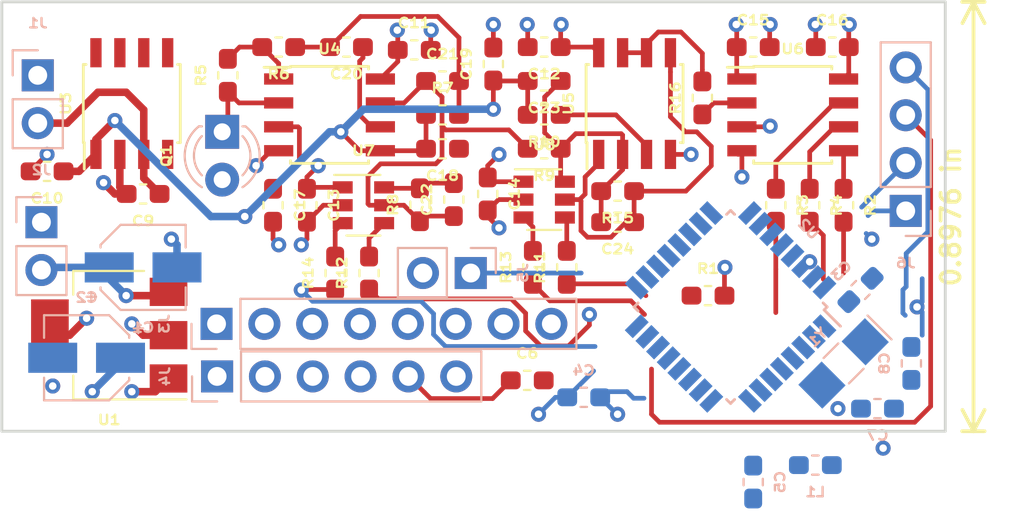
<source format=kicad_pcb>
(kicad_pcb (version 20171130) (host pcbnew "(5.0.0-rc2-178-g3c7b91b96)")
  (title_block (title "LuxSenz Receiver") (date 2018-06-25) (rev 1) (company "AMS / TU Delft"))
  (layers (0 F.Cu signal) (1 In1.Cu power) (2 In2.Cu power) (31 B.Cu signal) (34 B.Paste user) (35 F.Paste user) (36 B.SilkS user) (37 F.SilkS user) (38 B.Mask user) (39 F.Mask user) (44 Edge.Cuts user))
  (net 0 "")
  (net 1 "Net-(C20-Pad2)")
  (net 2 "Net-(R5-Pad2)")
  (net 3 "Net-(C23-Pad1)")
  (net 4 "Net-(C24-Pad1)")
  (net 5 "Net-(C21-Pad1)")
  (net 6 "Net-(C20-Pad1)")
  (net 7 "Net-(Q1-Pad1)")
  (net 8 "Net-(R1-Pad2)")
  (net 9 GNDD)
  (net 10 "Net-(R13-Pad2)")
  (net 11 "Net-(R16-Pad1)")
  (net 12 "Net-(R16-Pad2)")
  (net 13 "Net-(R14-Pad2)")
  (net 14 "Net-(R12-Pad2)")
  (net 15 "Net-(R11-Pad2)")
  (net 16 "Net-(R10-Pad1)")
  (net 17 +2V5)
  (net 18 +4V)
  (net 19 GNDA)
  (net 20 +3V3)
  (net 21 +5V)
  (net 22 "Net-(U3-Pad4)")
  (net 23 "Net-(U3-Pad5)")
  (net 24 "Net-(U3-Pad6)")
  (net 25 "Net-(U3-Pad7)")
  (net 26 "Net-(U3-Pad8)")
  (net 27 "Net-(C7-Pad1)")
  (net 28 "Net-(C8-Pad1)")
  (net 29 /NRST)
  (net 30 "Net-(C5-Pad2)")
  (net 31 /VCPTX)
  (net 32 /PB0)
  (net 33 /PB1)
  (net 34 /SWDIO)
  (net 35 /SWCLK)
  (net 36 /VCPRX)
  (net 37 "Net-(U2-Pad26)")
  (net 38 "Net-(U2-Pad27)")
  (net 39 "Net-(U2-Pad28)")
  (net 40 /PB6)
  (net 41 /PB7)
  (net 42 /EINK_CS)
  (net 43 /MCU_DOUT)
  (net 44 /ADC_DIN)
  (net 45 /ADC_CLK)
  (net 46 /MCU_CLK)
  (net 47 /MCU_CS)
  (net 48 /ADC_CS)
  (net 49 /U8U~D)
  (net 50 /U7U~D)
  (net 51 /U7~CS)
  (net 52 /U8~CS)
  (net 53 /EINK_DC)
  (net 54 /EINK_RST)
  (net 55 /EINK_DOUT)
  (net 56 /EINK_BUSY)
  (module Capacitor_SMD:C_0603_1608Metric_Pad1.05x0.95mm_HandSolder (layer B.Cu) (at 110.53 99.78 270)
    (fp_text reference C8 (at 0 1.43 270) (layer B.SilkS) (effects (font (size 0.5 0.6) (thickness 0.125)) (justify mirror)))
    (fp_text value ?pF)
    (pad 2 smd roundrect (at 0.875 0 270) (size 1.05 0.95) (layers B.Cu B.Paste B.Mask) (net 9 GNDD))
    (pad 1 smd roundrect (at -0.875 0 270) (size 1.05 0.95) (layers B.Cu B.Paste B.Mask) (net 28 "Net-(C8-Pad1)"))
  )
  (module Connector_PinSocket_2.54mm:PinSocket_1x02_P2.54mm_Vertical (layer B.Cu) (at 87.13 94.98 90)
    (fp_text reference J5 (at 0 2.77 90) (layer B.SilkS) (effects (font (size 0.5 0.6) (thickness 0.125)) (justify mirror)))
    (fp_text value Conn_01x02_Male)
    (pad 1 thru_hole rect (at 0 0 90) (size 1.7 1.7) (drill 1) (layers *.Cu *.Mask) (net 36 /VCPRX))
    (pad 2 thru_hole oval (at 0 -2.54 90) (size 1.7 1.7) (drill 1) (layers *.Cu *.Mask) (net 31 /VCPTX))
  )
  (module Connector_PinSocket_2.54mm:PinSocket_1x06_P2.54mm_Vertical (layer B.Cu) (at 73.66 100.47 270)
    (fp_text reference J4 (at 0 2.77 270) (layer B.SilkS) (effects (font (size 0.5 0.6) (thickness 0.125)) (justify mirror)))
    (fp_text value Conn_01x06_Male)
    (pad 1 thru_hole rect (at 0 0 270) (size 1.7 1.7) (drill 1) (layers *.Cu *.Mask) (net 20 +3V3))
    (pad 2 thru_hole oval (at 0 -2.54 270) (size 1.7 1.7) (drill 1) (layers *.Cu *.Mask) (net 35 /SWCLK))
    (pad 3 thru_hole oval (at 0 -5.08 270) (size 1.7 1.7) (drill 1) (layers *.Cu *.Mask) (net 9 GNDD))
    (pad 4 thru_hole oval (at 0 -7.62 270) (size 1.7 1.7) (drill 1) (layers *.Cu *.Mask) (net 34 /SWDIO))
    (pad 5 thru_hole oval (at 0 -10.16 270) (size 1.7 1.7) (drill 1) (layers *.Cu *.Mask) (net 29 /NRST))
    (pad 6 thru_hole oval (at 0 -12.7 270) (size 1.7 1.7) (drill 1) (layers *.Cu *.Mask) (net 9 GNDD))
  )
  (module Connector_PinSocket_2.54mm:PinSocket_1x04_P2.54mm_Vertical (layer B.Cu) (at 110.23 91.68)
    (fp_text reference J6 (at 0 2.77) (layer B.SilkS) (effects (font (size 0.5 0.6) (thickness 0.125)) (justify mirror)))
    (fp_text value Conn_01x04_Male)
    (pad 1 thru_hole rect (at 0 0) (size 1.7 1.7) (drill 1) (layers *.Cu *.Mask) (net 41 /PB7))
    (pad 2 thru_hole oval (at 0 -2.54) (size 1.7 1.7) (drill 1) (layers *.Cu *.Mask) (net 40 /PB6))
    (pad 3 thru_hole oval (at 0 -5.08) (size 1.7 1.7) (drill 1) (layers *.Cu *.Mask) (net 33 /PB1))
    (pad 4 thru_hole oval (at 0 -7.62) (size 1.7 1.7) (drill 1) (layers *.Cu *.Mask) (net 32 /PB0))
  )
  (module Capacitor_SMD:CP_Elec_4x5.4 (layer B.Cu) (at 66.73 99.48 180)
    (fp_text reference C2 (at 0 3.2 180) (layer B.SilkS) (effects (font (size 0.5 0.6) (thickness 0.125)) (justify mirror)))
    (fp_text value 10u)
    (pad 2 smd rect (at 1.8 0 180) (size 2.6 1.6) (layers B.Cu B.Paste B.Mask) (net 9 GNDD))
    (pad 1 smd rect (at -1.8 0 180) (size 2.6 1.6) (layers B.Cu B.Paste B.Mask) (net 20 +3V3))
  )
  (module Capacitor_SMD:CP_Elec_4x5.4 (layer B.Cu) (at 69.73 94.68)
    (fp_text reference C1 (at 0 3.2) (layer B.SilkS) (effects (font (size 0.5 0.6) (thickness 0.125)) (justify mirror)))
    (fp_text value 10u)
    (pad 1 smd rect (at -1.8 0) (size 2.6 1.6) (layers B.Cu B.Paste B.Mask) (net 21 +5V))
    (pad 2 smd rect (at 1.8 0) (size 2.6 1.6) (layers B.Cu B.Paste B.Mask) (net 9 GNDD))
  )
  (module Capacitor_SMD:C_0603_1608Metric_Pad1.05x0.95mm_HandSolder (layer F.Cu) (at 91.03 82.98 180)
    (fp_text reference C12 (at 0 -1.43 180) (layer F.SilkS) (effects (font (size 0.5 0.6) (thickness 0.125))))
    (fp_text value 1u)
    (pad 2 smd roundrect (at 0.875 0 180) (size 1.05 0.95) (layers F.Cu F.Paste F.Mask) (net 19 GNDA))
    (pad 1 smd roundrect (at -0.875 0 180) (size 1.05 0.95) (layers F.Cu F.Paste F.Mask) (net 18 +4V))
  )
  (module Capacitor_SMD:C_0603_1608Metric_Pad1.05x0.95mm_HandSolder (layer F.Cu) (at 94.93 92.28 180)
    (fp_text reference C24 (at 0 -1.43 180) (layer F.SilkS) (effects (font (size 0.5 0.6) (thickness 0.125))))
    (fp_text value 1u)
    (pad 1 smd roundrect (at -0.875 0 180) (size 1.05 0.95) (layers F.Cu F.Paste F.Mask) (net 4 "Net-(C24-Pad1)"))
    (pad 2 smd roundrect (at 0.875 0 180) (size 1.05 0.95) (layers F.Cu F.Paste F.Mask) (net 3 "Net-(C23-Pad1)"))
  )
  (module Capacitor_SMD:C_0603_1608Metric_Pad1.05x0.95mm_HandSolder (layer F.Cu) (at 91.03 84.78 180)
    (fp_text reference C23 (at 0 -1.43 180) (layer F.SilkS) (effects (font (size 0.5 0.6) (thickness 0.125))))
    (fp_text value option)
    (pad 2 smd roundrect (at 0.875 0 180) (size 1.05 0.95) (layers F.Cu F.Paste F.Mask) (net 17 +2V5))
    (pad 1 smd roundrect (at -0.875 0 180) (size 1.05 0.95) (layers F.Cu F.Paste F.Mask) (net 3 "Net-(C23-Pad1)"))
  )
  (module Capacitor_SMD:C_0603_1608Metric_Pad1.05x0.95mm_HandSolder (layer F.Cu) (at 86.23 91.08 90)
    (fp_text reference C22 (at 0 -1.43 90) (layer F.SilkS) (effects (font (size 0.5 0.6) (thickness 0.125))))
    (fp_text value option)
    (pad 1 smd roundrect (at -0.875 0 90) (size 1.05 0.95) (layers F.Cu F.Paste F.Mask) (net 5 "Net-(C21-Pad1)"))
    (pad 2 smd roundrect (at 0.875 0 90) (size 1.05 0.95) (layers F.Cu F.Paste F.Mask) (net 6 "Net-(C20-Pad1)"))
  )
  (module Capacitor_SMD:C_0603_1608Metric_Pad1.05x0.95mm_HandSolder (layer F.Cu) (at 85.63 84.78)
    (fp_text reference C21 (at 0 -1.43) (layer F.SilkS) (effects (font (size 0.5 0.6) (thickness 0.125))))
    (fp_text value 1u)
    (pad 2 smd roundrect (at 0.875 0) (size 1.05 0.95) (layers F.Cu F.Paste F.Mask) (net 1 "Net-(C20-Pad2)"))
    (pad 1 smd roundrect (at -0.875 0) (size 1.05 0.95) (layers F.Cu F.Paste F.Mask) (net 5 "Net-(C21-Pad1)"))
  )
  (module Capacitor_SMD:C_0603_1608Metric_Pad1.05x0.95mm_HandSolder (layer F.Cu) (at 80.53 82.98 180)
    (fp_text reference C20 (at 0 -1.43 180) (layer F.SilkS) (effects (font (size 0.5 0.6) (thickness 0.125))))
    (fp_text value 1u)
    (pad 1 smd roundrect (at -0.875 0 180) (size 1.05 0.95) (layers F.Cu F.Paste F.Mask) (net 6 "Net-(C20-Pad1)"))
    (pad 2 smd roundrect (at 0.875 0 180) (size 1.05 0.95) (layers F.Cu F.Paste F.Mask) (net 1 "Net-(C20-Pad2)"))
  )
  (module Capacitor_SMD:C_0603_1608Metric_Pad1.05x0.95mm_HandSolder (layer F.Cu) (at 88.33 83.88 90)
    (fp_text reference C19 (at 0 -1.43 90) (layer F.SilkS) (effects (font (size 0.5 0.6) (thickness 0.125))))
    (fp_text value 100n)
    (pad 2 smd roundrect (at 0.875 0 90) (size 1.05 0.95) (layers F.Cu F.Paste F.Mask) (net 19 GNDA))
    (pad 1 smd roundrect (at -0.875 0 90) (size 1.05 0.95) (layers F.Cu F.Paste F.Mask) (net 17 +2V5))
  )
  (module Capacitor_SMD:C_0603_1608Metric_Pad1.05x0.95mm_HandSolder (layer F.Cu) (at 85.63 88.38 180)
    (fp_text reference C18 (at 0 -1.43 180) (layer F.SilkS) (effects (font (size 0.5 0.6) (thickness 0.125))))
    (fp_text value 100n)
    (pad 1 smd roundrect (at -0.875 0 180) (size 1.05 0.95) (layers F.Cu F.Paste F.Mask) (net 19 GNDA))
    (pad 2 smd roundrect (at 0.875 0 180) (size 1.05 0.95) (layers F.Cu F.Paste F.Mask) (net 17 +2V5))
  )
  (module Capacitor_SMD:C_0603_1608Metric_Pad1.05x0.95mm_HandSolder (layer F.Cu) (at 76.63 91.38 270)
    (fp_text reference C17 (at 0 -1.43 270) (layer F.SilkS) (effects (font (size 0.5 0.6) (thickness 0.125))))
    (fp_text value 100n)
    (pad 2 smd roundrect (at 0.875 0 270) (size 1.05 0.95) (layers F.Cu F.Paste F.Mask) (net 19 GNDA))
    (pad 1 smd roundrect (at -0.875 0 270) (size 1.05 0.95) (layers F.Cu F.Paste F.Mask) (net 17 +2V5))
  )
  (module Capacitor_SMD:C_0603_1608Metric_Pad1.05x0.95mm_HandSolder (layer F.Cu) (at 106.33 82.98)
    (fp_text reference C16 (at 0 -1.43) (layer F.SilkS) (effects (font (size 0.5 0.6) (thickness 0.125))))
    (fp_text value 1u)
    (pad 1 smd roundrect (at -0.875 0) (size 1.05 0.95) (layers F.Cu F.Paste F.Mask) (net 19 GNDA))
    (pad 2 smd roundrect (at 0.875 0) (size 1.05 0.95) (layers F.Cu F.Paste F.Mask) (net 18 +4V))
  )
  (module Capacitor_SMD:C_0603_1608Metric_Pad1.05x0.95mm_HandSolder (layer F.Cu) (at 78.43 91.38 270)
    (fp_text reference C13 (at 0 -1.43 270) (layer F.SilkS) (effects (font (size 0.5 0.6) (thickness 0.125))))
    (fp_text value 100n)
    (pad 2 smd roundrect (at 0.875 0 270) (size 1.05 0.95) (layers F.Cu F.Paste F.Mask) (net 19 GNDA))
    (pad 1 smd roundrect (at -0.875 0 270) (size 1.05 0.95) (layers F.Cu F.Paste F.Mask) (net 18 +4V))
  )
  (module Capacitor_SMD:C_0603_1608Metric_Pad1.05x0.95mm_HandSolder (layer F.Cu) (at 84.13 83.13)
    (fp_text reference C11 (at 0 -1.43) (layer F.SilkS) (effects (font (size 0.5 0.6) (thickness 0.125))))
    (fp_text value 1u)
    (pad 1 smd roundrect (at -0.875 0) (size 1.05 0.95) (layers F.Cu F.Paste F.Mask) (net 18 +4V))
    (pad 2 smd roundrect (at 0.875 0) (size 1.05 0.95) (layers F.Cu F.Paste F.Mask) (net 19 GNDA))
  )
  (module Capacitor_SMD:C_0603_1608Metric_Pad1.05x0.95mm_HandSolder (layer F.Cu) (at 64.63 89.58 180)
    (fp_text reference C10 (at 0 -1.43 180) (layer F.SilkS) (effects (font (size 0.5 0.6) (thickness 0.125))))
    (fp_text value 1u)
    (pad 2 smd roundrect (at 0.875 0 180) (size 1.05 0.95) (layers F.Cu F.Paste F.Mask) (net 19 GNDA))
    (pad 1 smd roundrect (at -0.875 0 180) (size 1.05 0.95) (layers F.Cu F.Paste F.Mask) (net 17 +2V5))
  )
  (module Capacitor_SMD:C_0603_1608Metric_Pad1.05x0.95mm_HandSolder (layer F.Cu) (at 69.73 90.78 180)
    (fp_text reference C9 (at 0 -1.43 180) (layer F.SilkS) (effects (font (size 0.5 0.6) (thickness 0.125))))
    (fp_text value 10u)
    (pad 1 smd roundrect (at -0.875 0 180) (size 1.05 0.95) (layers F.Cu F.Paste F.Mask) (net 18 +4V))
    (pad 2 smd roundrect (at 0.875 0 180) (size 1.05 0.95) (layers F.Cu F.Paste F.Mask) (net 19 GNDA))
  )
  (module Capacitor_SMD:C_0603_1608Metric_Pad1.05x0.95mm_HandSolder (layer B.Cu) (at 108.73 102.18)
    (fp_text reference C7 (at 0 1.43) (layer B.SilkS) (effects (font (size 0.5 0.6) (thickness 0.125)) (justify mirror)))
    (fp_text value ?pF)
    (pad 1 smd roundrect (at -0.875 0) (size 1.05 0.95) (layers B.Cu B.Paste B.Mask) (net 27 "Net-(C7-Pad1)"))
    (pad 2 smd roundrect (at 0.875 0) (size 1.05 0.95) (layers B.Cu B.Paste B.Mask) (net 9 GNDD))
  )
  (module Capacitor_SMD:C_0603_1608Metric_Pad1.05x0.95mm_HandSolder (layer F.Cu) (at 90.13 100.68)
    (fp_text reference C6 (at 0 -1.43) (layer F.SilkS) (effects (font (size 0.5 0.6) (thickness 0.125))))
    (fp_text value 100n)
    (pad 2 smd roundrect (at 0.875 0) (size 1.05 0.95) (layers F.Cu F.Paste F.Mask) (net 9 GNDD))
    (pad 1 smd roundrect (at -0.875 0) (size 1.05 0.95) (layers F.Cu F.Paste F.Mask) (net 29 /NRST))
  )
  (module Capacitor_SMD:C_0603_1608Metric_Pad1.05x0.95mm_HandSolder (layer B.Cu) (at 102.13 106.08 90)
    (fp_text reference C5 (at 0 1.43 90) (layer B.SilkS) (effects (font (size 0.5 0.6) (thickness 0.125)) (justify mirror)))
    (fp_text value 100n)
    (pad 1 smd roundrect (at -0.875 0 90) (size 1.05 0.95) (layers B.Cu B.Paste B.Mask) (net 9 GNDD))
    (pad 2 smd roundrect (at 0.875 0 90) (size 1.05 0.95) (layers B.Cu B.Paste B.Mask) (net 30 "Net-(C5-Pad2)"))
  )
  (module Capacitor_SMD:C_0603_1608Metric_Pad1.05x0.95mm_HandSolder (layer B.Cu) (at 93.13 101.58 180)
    (fp_text reference C4 (at 0 1.43 180) (layer B.SilkS) (effects (font (size 0.5 0.6) (thickness 0.125)) (justify mirror)))
    (fp_text value 100n)
    (pad 2 smd roundrect (at 0.875 0 180) (size 1.05 0.95) (layers B.Cu B.Paste B.Mask) (net 20 +3V3))
    (pad 1 smd roundrect (at -0.875 0 180) (size 1.05 0.95) (layers B.Cu B.Paste B.Mask) (net 9 GNDD))
  )
  (module Capacitor_SMD:C_0603_1608Metric_Pad1.05x0.95mm_HandSolder (layer B.Cu) (at 107.83 95.88 225)
    (fp_text reference C3 (at 0 1.43 225) (layer B.SilkS) (effects (font (size 0.5 0.6) (thickness 0.125)) (justify mirror)))
    (fp_text value 100n)
    (pad 1 smd roundrect (at -0.875 0 225) (size 1.05 0.95) (layers B.Cu B.Paste B.Mask) (net 9 GNDD))
    (pad 2 smd roundrect (at 0.875 0 225) (size 1.05 0.95) (layers B.Cu B.Paste B.Mask) (net 20 +3V3))
  )
  (module Capacitor_SMD:C_0603_1608Metric_Pad1.05x0.95mm_HandSolder (layer F.Cu) (at 88.03 90.78 270)
    (fp_text reference C14 (at 0 -1.43 270) (layer F.SilkS) (effects (font (size 0.5 0.6) (thickness 0.125))))
    (fp_text value 100n)
    (pad 2 smd roundrect (at 0.875 0 270) (size 1.05 0.95) (layers F.Cu F.Paste F.Mask) (net 19 GNDA))
    (pad 1 smd roundrect (at -0.875 0 270) (size 1.05 0.95) (layers F.Cu F.Paste F.Mask) (net 18 +4V))
  )
  (module Capacitor_SMD:C_0603_1608Metric_Pad1.05x0.95mm_HandSolder (layer F.Cu) (at 102.13 82.98)
    (fp_text reference C15 (at 0 -1.43) (layer F.SilkS) (effects (font (size 0.5 0.6) (thickness 0.125))))
    (fp_text value 1u)
    (pad 1 smd roundrect (at -0.875 0) (size 1.05 0.95) (layers F.Cu F.Paste F.Mask) (net 18 +4V))
    (pad 2 smd roundrect (at 0.875 0) (size 1.05 0.95) (layers F.Cu F.Paste F.Mask) (net 19 GNDA))
  )
  (module Connector_PinSocket_2.54mm:PinSocket_1x02_P2.54mm_Vertical (layer B.Cu) (at 64.135 84.48 180)
    (fp_text reference J1 (at 0 2.77 180) (layer B.SilkS) (effects (font (size 0.5 0.6) (thickness 0.125)) (justify mirror)))
    (fp_text value Conn_01x02)
    (pad 2 thru_hole oval (at 0 -2.54 180) (size 1.7 1.7) (drill 1) (layers *.Cu *.Mask) (net 18 +4V))
    (pad 1 thru_hole rect (at 0 0 180) (size 1.7 1.7) (drill 1) (layers *.Cu *.Mask) (net 19 GNDA))
  )
  (module Connector_PinSocket_2.54mm:PinSocket_1x02_P2.54mm_Vertical (layer B.Cu) (at 64.33 92.28 180)
    (fp_text reference J2 (at 0 2.77 180) (layer B.SilkS) (effects (font (size 0.5 0.6) (thickness 0.125)) (justify mirror)))
    (fp_text value Conn_01x02)
    (pad 1 thru_hole rect (at 0 0 180) (size 1.7 1.7) (drill 1) (layers *.Cu *.Mask) (net 9 GNDD))
    (pad 2 thru_hole oval (at 0 -2.54 180) (size 1.7 1.7) (drill 1) (layers *.Cu *.Mask) (net 21 +5V))
  )
  (module Connector_PinSocket_2.54mm:PinSocket_1x08_P2.54mm_Vertical (layer B.Cu) (at 73.63 97.68 270)
    (fp_text reference J3 (at 0 2.77 270) (layer B.SilkS) (effects (font (size 0.5 0.6) (thickness 0.125)) (justify mirror)))
    (fp_text value E-INK)
    (pad 1 thru_hole rect (at 0 0 270) (size 1.7 1.7) (drill 1) (layers *.Cu *.Mask) (net 56 /EINK_BUSY))
    (pad 2 thru_hole oval (at 0 -2.54 270) (size 1.7 1.7) (drill 1) (layers *.Cu *.Mask) (net 54 /EINK_RST))
    (pad 3 thru_hole oval (at 0 -5.08 270) (size 1.7 1.7) (drill 1) (layers *.Cu *.Mask) (net 53 /EINK_DC))
    (pad 4 thru_hole oval (at 0 -7.62 270) (size 1.7 1.7) (drill 1) (layers *.Cu *.Mask) (net 42 /EINK_CS))
    (pad 5 thru_hole oval (at 0 -10.16 270) (size 1.7 1.7) (drill 1) (layers *.Cu *.Mask) (net 45 /ADC_CLK))
    (pad 6 thru_hole oval (at 0 -12.7 270) (size 1.7 1.7) (drill 1) (layers *.Cu *.Mask) (net 55 /EINK_DOUT))
    (pad 7 thru_hole oval (at 0 -15.24 270) (size 1.7 1.7) (drill 1) (layers *.Cu *.Mask) (net 9 GNDD))
    (pad 8 thru_hole oval (at 0 -17.78 270) (size 1.7 1.7) (drill 1) (layers *.Cu *.Mask) (net 20 +3V3))
  )
  (module Crystal:Crystal_SMD_G8-2Pin_3.2x1.5mm_HandSoldering (layer B.Cu) (at 106.93 99.78 225)
    (fp_text reference Y1 (at 0 1.95 225) (layer B.SilkS) (effects (font (size 0.5 0.6) (thickness 0.125)) (justify mirror)))
    (fp_text value 32.768k)
    (pad 1 smd rect (at -1.625 0 225) (size 1.75 1.8) (layers B.Cu B.Paste B.Mask) (net 27 "Net-(C7-Pad1)"))
    (pad 2 smd rect (at 1.625 0 225) (size 1.75 1.8) (layers B.Cu B.Paste B.Mask) (net 28 "Net-(C8-Pad1)"))
  )
  (module Inductor_SMD:L_0603_1608Metric_Pad1.05x0.95mm_HandSolder (layer B.Cu) (at 105.43 105.18)
    (fp_text reference L1 (at 0 1.43) (layer B.SilkS) (effects (font (size 0.5 0.6) (thickness 0.125)) (justify mirror)))
    (fp_text value BEAD)
    (pad 1 smd roundrect (at -0.875 0) (size 1.05 0.95) (layers B.Cu B.Paste B.Mask) (net 30 "Net-(C5-Pad2)"))
    (pad 2 smd roundrect (at 0.875 0) (size 1.05 0.95) (layers B.Cu B.Paste B.Mask) (net 20 +3V3))
  )
  (module LED_THT:LED_D3.0mm_Clear (layer B.Cu) (at 73.93 87.48 270)
    (fp_text reference Q1 (at 1.27 2.96 270) (layer F.SilkS) (effects (font (size 0.5 0.6) (thickness 0.125))))
    (fp_text value TEPT4400)
    (pad 1 thru_hole rect (at 0 0 270) (size 1.8 1.8) (drill 0.9) (layers *.Cu *.Mask) (net 7 "Net-(Q1-Pad1)"))
    (pad 2 thru_hole circle (at 2.54 0 270) (size 1.8 1.8) (drill 0.9) (layers *.Cu *.Mask) (net 19 GNDA))
  )
  (module Package_QFP:LQFP-32_7x7mm_P0.8mm (layer B.Cu) (at 100.93 96.78 135)
    (fp_text reference U2 (at 0 5.85 135) (layer B.SilkS) (effects (font (size 0.5 0.6) (thickness 0.125)) (justify mirror)))
    (fp_text value STM32L031K6Tx)
    (pad 1 smd rect (at -4.25 2.8 135) (size 1.2 0.6) (layers B.Cu B.Paste B.Mask) (net 20 +3V3))
    (pad 2 smd rect (at -4.25 2 135) (size 1.2 0.6) (layers B.Cu B.Paste B.Mask) (net 27 "Net-(C7-Pad1)"))
    (pad 3 smd rect (at -4.25 1.2 135) (size 1.2 0.6) (layers B.Cu B.Paste B.Mask) (net 28 "Net-(C8-Pad1)"))
    (pad 4 smd rect (at -4.25 0.4 135) (size 1.2 0.6) (layers B.Cu B.Paste B.Mask) (net 29 /NRST))
    (pad 5 smd rect (at -4.25 -0.4 135) (size 1.2 0.6) (layers B.Cu B.Paste B.Mask) (net 30 "Net-(C5-Pad2)"))
    (pad 6 smd rect (at -4.25 -1.2 135) (size 1.2 0.6) (layers B.Cu B.Paste B.Mask) (net 53 /EINK_DC))
    (pad 7 smd rect (at -4.25 -2 135) (size 1.2 0.6) (layers B.Cu B.Paste B.Mask) (net 42 /EINK_CS))
    (pad 8 smd rect (at -4.25 -2.8 135) (size 1.2 0.6) (layers B.Cu B.Paste B.Mask) (net 31 /VCPTX))
    (pad 9 smd rect (at -2.8 -4.25 45) (size 1.2 0.6) (layers B.Cu B.Paste B.Mask) (net 48 /ADC_CS))
    (pad 10 smd rect (at -2 -4.25 45) (size 1.2 0.6) (layers B.Cu B.Paste B.Mask) (net 54 /EINK_RST))
    (pad 11 smd rect (at -1.2 -4.25 45) (size 1.2 0.6) (layers B.Cu B.Paste B.Mask) (net 45 /ADC_CLK))
    (pad 12 smd rect (at -0.4 -4.25 45) (size 1.2 0.6) (layers B.Cu B.Paste B.Mask) (net 44 /ADC_DIN))
    (pad 13 smd rect (at 0.4 -4.25 45) (size 1.2 0.6) (layers B.Cu B.Paste B.Mask) (net 55 /EINK_DOUT))
    (pad 14 smd rect (at 1.2 -4.25 45) (size 1.2 0.6) (layers B.Cu B.Paste B.Mask) (net 32 /PB0))
    (pad 15 smd rect (at 2 -4.25 45) (size 1.2 0.6) (layers B.Cu B.Paste B.Mask) (net 33 /PB1))
    (pad 16 smd rect (at 2.8 -4.25 45) (size 1.2 0.6) (layers B.Cu B.Paste B.Mask) (net 9 GNDD))
    (pad 17 smd rect (at 4.25 -2.8 135) (size 1.2 0.6) (layers B.Cu B.Paste B.Mask) (net 20 +3V3))
    (pad 18 smd rect (at 4.25 -2 135) (size 1.2 0.6) (layers B.Cu B.Paste B.Mask) (net 56 /EINK_BUSY))
    (pad 19 smd rect (at 4.25 -1.2 135) (size 1.2 0.6) (layers B.Cu B.Paste B.Mask) (net 50 /U7U~D))
    (pad 20 smd rect (at 4.25 -0.4 135) (size 1.2 0.6) (layers B.Cu B.Paste B.Mask) (net 51 /U7~CS))
    (pad 21 smd rect (at 4.25 0.4 135) (size 1.2 0.6) (layers B.Cu B.Paste B.Mask) (net 49 /U8U~D))
    (pad 22 smd rect (at 4.25 1.2 135) (size 1.2 0.6) (layers B.Cu B.Paste B.Mask) (net 52 /U8~CS))
    (pad 23 smd rect (at 4.25 2 135) (size 1.2 0.6) (layers B.Cu B.Paste B.Mask) (net 34 /SWDIO))
    (pad 24 smd rect (at 4.25 2.8 135) (size 1.2 0.6) (layers B.Cu B.Paste B.Mask) (net 35 /SWCLK))
    (pad 25 smd rect (at 2.8 4.25 45) (size 1.2 0.6) (layers B.Cu B.Paste B.Mask) (net 36 /VCPRX))
    (pad 26 smd rect (at 2 4.25 45) (size 1.2 0.6) (layers B.Cu B.Paste B.Mask) (net 37 "Net-(U2-Pad26)"))
    (pad 27 smd rect (at 1.2 4.25 45) (size 1.2 0.6) (layers B.Cu B.Paste B.Mask) (net 38 "Net-(U2-Pad27)"))
    (pad 28 smd rect (at 0.4 4.25 45) (size 1.2 0.6) (layers B.Cu B.Paste B.Mask) (net 39 "Net-(U2-Pad28)"))
    (pad 29 smd rect (at -0.4 4.25 45) (size 1.2 0.6) (layers B.Cu B.Paste B.Mask) (net 40 /PB6))
    (pad 30 smd rect (at -1.2 4.25 45) (size 1.2 0.6) (layers B.Cu B.Paste B.Mask) (net 41 /PB7))
    (pad 31 smd rect (at -2 4.25 45) (size 1.2 0.6) (layers B.Cu B.Paste B.Mask) (net 8 "Net-(R1-Pad2)"))
    (pad 32 smd rect (at -2.8 4.25 45) (size 1.2 0.6) (layers B.Cu B.Paste B.Mask) (net 9 GNDD))
  )
  (module Package_SO:SOIC-8_3.9x4.9mm_P1.27mm (layer F.Cu) (at 104.23 86.58)
    (fp_text reference U6 (at 0 -3.5) (layer F.SilkS) (effects (font (size 0.5 0.6) (thickness 0.125))))
    (fp_text value MCP3201)
    (pad 8 smd rect (at 2.7 -1.905) (size 1.55 0.6) (layers F.Cu F.Paste F.Mask) (net 18 +4V))
    (pad 7 smd rect (at 2.7 -0.635) (size 1.55 0.6) (layers F.Cu F.Paste F.Mask) (net 46 /MCU_CLK))
    (pad 6 smd rect (at 2.7 0.635) (size 1.55 0.6) (layers F.Cu F.Paste F.Mask) (net 43 /MCU_DOUT))
    (pad 5 smd rect (at 2.7 1.905) (size 1.55 0.6) (layers F.Cu F.Paste F.Mask) (net 47 /MCU_CS))
    (pad 4 smd rect (at -2.7 1.905) (size 1.55 0.6) (layers F.Cu F.Paste F.Mask) (net 19 GNDA))
    (pad 3 smd rect (at -2.7 0.635) (size 1.55 0.6) (layers F.Cu F.Paste F.Mask) (net 19 GNDA))
    (pad 2 smd rect (at -2.7 -0.635) (size 1.55 0.6) (layers F.Cu F.Paste F.Mask) (net 11 "Net-(R16-Pad1)"))
    (pad 1 smd rect (at -2.7 -1.905) (size 1.55 0.6) (layers F.Cu F.Paste F.Mask) (net 18 +4V))
  )
  (module Package_SO:SOIC-8_3.9x4.9mm_P1.27mm (layer F.Cu) (at 95.83 85.98 90)
    (fp_text reference U5 (at 0 -3.5 90) (layer F.SilkS) (effects (font (size 0.5 0.6) (thickness 0.125))))
    (fp_text value OPA2325)
    (pad 1 smd rect (at -2.7 -1.905 90) (size 1.55 0.6) (layers F.Cu F.Paste F.Mask) (net 4 "Net-(C24-Pad1)"))
    (pad 2 smd rect (at -2.7 -0.635 90) (size 1.55 0.6) (layers F.Cu F.Paste F.Mask) (net 3 "Net-(C23-Pad1)"))
    (pad 3 smd rect (at -2.7 0.635 90) (size 1.55 0.6) (layers F.Cu F.Paste F.Mask) (net 16 "Net-(R10-Pad1)"))
    (pad 4 smd rect (at -2.7 1.905 90) (size 1.55 0.6) (layers F.Cu F.Paste F.Mask) (net 19 GNDA))
    (pad 5 smd rect (at 2.7 1.905 90) (size 1.55 0.6) (layers F.Cu F.Paste F.Mask) (net 4 "Net-(C24-Pad1)"))
    (pad 6 smd rect (at 2.7 0.635 90) (size 1.55 0.6) (layers F.Cu F.Paste F.Mask) (net 12 "Net-(R16-Pad2)"))
    (pad 7 smd rect (at 2.7 -0.635 90) (size 1.55 0.6) (layers F.Cu F.Paste F.Mask) (net 12 "Net-(R16-Pad2)"))
    (pad 8 smd rect (at 2.7 -1.905 90) (size 1.55 0.6) (layers F.Cu F.Paste F.Mask) (net 18 +4V))
  )
  (module Package_SO:SOIC-8_3.9x4.9mm_P1.27mm (layer F.Cu) (at 79.63 86.58)
    (fp_text reference U4 (at 0 -3.5) (layer F.SilkS) (effects (font (size 0.5 0.6) (thickness 0.125))))
    (fp_text value OPA2325)
    (pad 8 smd rect (at 2.7 -1.905) (size 1.55 0.6) (layers F.Cu F.Paste F.Mask) (net 18 +4V))
    (pad 7 smd rect (at 2.7 -0.635) (size 1.55 0.6) (layers F.Cu F.Paste F.Mask) (net 5 "Net-(C21-Pad1)"))
    (pad 6 smd rect (at 2.7 0.635) (size 1.55 0.6) (layers F.Cu F.Paste F.Mask) (net 6 "Net-(C20-Pad1)"))
    (pad 5 smd rect (at 2.7 1.905) (size 1.55 0.6) (layers F.Cu F.Paste F.Mask) (net 17 +2V5))
    (pad 4 smd rect (at -2.7 1.905) (size 1.55 0.6) (layers F.Cu F.Paste F.Mask) (net 19 GNDA))
    (pad 3 smd rect (at -2.7 0.635) (size 1.55 0.6) (layers F.Cu F.Paste F.Mask) (net 17 +2V5))
    (pad 2 smd rect (at -2.7 -0.635) (size 1.55 0.6) (layers F.Cu F.Paste F.Mask) (net 7 "Net-(Q1-Pad1)"))
    (pad 1 smd rect (at -2.7 -1.905) (size 1.55 0.6) (layers F.Cu F.Paste F.Mask) (net 2 "Net-(R5-Pad2)"))
  )
  (module Package_SO:SOIC-8_3.9x4.9mm_P1.27mm (layer F.Cu) (at 69.13 85.98 90)
    (fp_text reference U3 (at 0 -3.5 90) (layer F.SilkS) (effects (font (size 0.5 0.6) (thickness 0.125))))
    (fp_text value TLE2425xD)
    (pad 1 smd rect (at -2.7 -1.905 90) (size 1.55 0.6) (layers F.Cu F.Paste F.Mask) (net 17 +2V5))
    (pad 2 smd rect (at -2.7 -0.635 90) (size 1.55 0.6) (layers F.Cu F.Paste F.Mask) (net 19 GNDA))
    (pad 3 smd rect (at -2.7 0.635 90) (size 1.55 0.6) (layers F.Cu F.Paste F.Mask) (net 18 +4V))
    (pad 4 smd rect (at -2.7 1.905 90) (size 1.55 0.6) (layers F.Cu F.Paste F.Mask) (net 22 "Net-(U3-Pad4)"))
    (pad 5 smd rect (at 2.7 1.905 90) (size 1.55 0.6) (layers F.Cu F.Paste F.Mask) (net 23 "Net-(U3-Pad5)"))
    (pad 6 smd rect (at 2.7 0.635 90) (size 1.55 0.6) (layers F.Cu F.Paste F.Mask) (net 24 "Net-(U3-Pad6)"))
    (pad 7 smd rect (at 2.7 -0.635 90) (size 1.55 0.6) (layers F.Cu F.Paste F.Mask) (net 25 "Net-(U3-Pad7)"))
    (pad 8 smd rect (at 2.7 -1.905 90) (size 1.55 0.6) (layers F.Cu F.Paste F.Mask) (net 26 "Net-(U3-Pad8)"))
  )
  (module Package_TO_SOT_SMD:SOT-223-3_TabPin2 (layer F.Cu) (at 67.93 98.28 180)
    (fp_text reference U1 (at 0 -4.5 180) (layer F.SilkS) (effects (font (size 0.5 0.6) (thickness 0.125))))
    (fp_text value AMS1117-3.3)
    (pad 2 smd rect (at 3.15 0 180) (size 2 3.8) (layers F.Cu F.Paste F.Mask) (net 20 +3V3))
    (pad 2 smd rect (at -3.15 0 180) (size 2 1.5) (layers F.Cu F.Paste F.Mask) (net 20 +3V3))
    (pad 3 smd rect (at -3.15 2.3 180) (size 2 1.5) (layers F.Cu F.Paste F.Mask) (net 21 +5V))
    (pad 1 smd rect (at -3.15 -2.3 180) (size 2 1.5) (layers F.Cu F.Paste F.Mask) (net 9 GNDD))
  )
  (module Package_TO_SOT_SMD:SOT-23-6 (layer F.Cu) (at 91.03 91.08)
    (fp_text reference U8 (at 0 -2.9) (layer F.SilkS) (effects (font (size 0.5 0.6) (thickness 0.125))))
    (fp_text value MCP4012)
    (pad 5 smd rect (at 1.1 0) (size 1.06 0.65) (layers F.Cu F.Paste F.Mask) (net 4 "Net-(C24-Pad1)"))
    (pad 6 smd rect (at 1.1 -0.95) (size 1.06 0.65) (layers F.Cu F.Paste F.Mask) (net 3 "Net-(C23-Pad1)"))
    (pad 4 smd rect (at 1.1 0.95) (size 1.06 0.65) (layers F.Cu F.Paste F.Mask) (net 15 "Net-(R11-Pad2)"))
    (pad 3 smd rect (at -1.1 0.95) (size 1.06 0.65) (layers F.Cu F.Paste F.Mask) (net 10 "Net-(R13-Pad2)"))
    (pad 2 smd rect (at -1.1 0) (size 1.06 0.65) (layers F.Cu F.Paste F.Mask) (net 19 GNDA))
    (pad 1 smd rect (at -1.1 -0.95) (size 1.06 0.65) (layers F.Cu F.Paste F.Mask) (net 18 +4V))
  )
  (module Package_TO_SOT_SMD:SOT-23-6 (layer F.Cu) (at 81.43 91.38)
    (fp_text reference U7 (at 0 -2.9) (layer F.SilkS) (effects (font (size 0.5 0.6) (thickness 0.125))))
    (fp_text value MCP4012)
    (pad 1 smd rect (at -1.1 -0.95) (size 1.06 0.65) (layers F.Cu F.Paste F.Mask) (net 18 +4V))
    (pad 2 smd rect (at -1.1 0) (size 1.06 0.65) (layers F.Cu F.Paste F.Mask) (net 19 GNDA))
    (pad 3 smd rect (at -1.1 0.95) (size 1.06 0.65) (layers F.Cu F.Paste F.Mask) (net 13 "Net-(R14-Pad2)"))
    (pad 4 smd rect (at 1.1 0.95) (size 1.06 0.65) (layers F.Cu F.Paste F.Mask) (net 14 "Net-(R12-Pad2)"))
    (pad 6 smd rect (at 1.1 -0.95) (size 1.06 0.65) (layers F.Cu F.Paste F.Mask) (net 6 "Net-(C20-Pad1)"))
    (pad 5 smd rect (at 1.1 0) (size 1.06 0.65) (layers F.Cu F.Paste F.Mask) (net 5 "Net-(C21-Pad1)"))
  )
  (module Resistor_SMD:R_0603_1608Metric_Pad1.05x0.95mm_HandSolder (layer F.Cu) (at 85.63 86.58)
    (fp_text reference R7 (at 0 -1.43) (layer F.SilkS) (effects (font (size 0.5 0.6) (thickness 0.125))))
    (fp_text value 100)
    (pad 2 smd roundrect (at 0.875 0) (size 1.05 0.95) (layers F.Cu F.Paste F.Mask) (net 1 "Net-(C20-Pad2)"))
    (pad 1 smd roundrect (at -0.875 0) (size 1.05 0.95) (layers F.Cu F.Paste F.Mask) (net 17 +2V5))
  )
  (module Resistor_SMD:R_0603_1608Metric_Pad1.05x0.95mm_HandSolder (layer F.Cu) (at 91.03 86.58 180)
    (fp_text reference R10 (at 0 -1.43 180) (layer F.SilkS) (effects (font (size 0.5 0.6) (thickness 0.125))))
    (fp_text value 100)
    (pad 1 smd roundrect (at -0.875 0 180) (size 1.05 0.95) (layers F.Cu F.Paste F.Mask) (net 16 "Net-(R10-Pad1)"))
    (pad 2 smd roundrect (at 0.875 0 180) (size 1.05 0.95) (layers F.Cu F.Paste F.Mask) (net 17 +2V5))
  )
  (module Resistor_SMD:R_0603_1608Metric_Pad1.05x0.95mm_HandSolder (layer F.Cu) (at 92.23 94.68 90)
    (fp_text reference R11 (at 0 -1.43 90) (layer F.SilkS) (effects (font (size 0.5 0.6) (thickness 0.125))))
    (fp_text value 1k5)
    (pad 2 smd roundrect (at 0.875 0 90) (size 1.05 0.95) (layers F.Cu F.Paste F.Mask) (net 15 "Net-(R11-Pad2)"))
    (pad 1 smd roundrect (at -0.875 0 90) (size 1.05 0.95) (layers F.Cu F.Paste F.Mask) (net 52 /U8~CS))
  )
  (module Resistor_SMD:R_0603_1608Metric_Pad1.05x0.95mm_HandSolder (layer F.Cu) (at 81.73 94.98 90)
    (fp_text reference R12 (at 0 -1.43 90) (layer F.SilkS) (effects (font (size 0.5 0.6) (thickness 0.125))))
    (fp_text value 1k5)
    (pad 1 smd roundrect (at -0.875 0 90) (size 1.05 0.95) (layers F.Cu F.Paste F.Mask) (net 51 /U7~CS))
    (pad 2 smd roundrect (at 0.875 0 90) (size 1.05 0.95) (layers F.Cu F.Paste F.Mask) (net 14 "Net-(R12-Pad2)"))
  )
  (module Resistor_SMD:R_0603_1608Metric_Pad1.05x0.95mm_HandSolder (layer F.Cu) (at 79.93 94.98 90)
    (fp_text reference R14 (at 0 -1.43 90) (layer F.SilkS) (effects (font (size 0.5 0.6) (thickness 0.125))))
    (fp_text value 1k5)
    (pad 2 smd roundrect (at 0.875 0 90) (size 1.05 0.95) (layers F.Cu F.Paste F.Mask) (net 13 "Net-(R14-Pad2)"))
    (pad 1 smd roundrect (at -0.875 0 90) (size 1.05 0.95) (layers F.Cu F.Paste F.Mask) (net 50 /U7U~D))
  )
  (module Resistor_SMD:R_0603_1608Metric_Pad1.05x0.95mm_HandSolder (layer F.Cu) (at 99.43 85.68 90)
    (fp_text reference R16 (at 0 -1.43 90) (layer F.SilkS) (effects (font (size 0.5 0.6) (thickness 0.125))))
    (fp_text value 2k2)
    (pad 1 smd roundrect (at -0.875 0 90) (size 1.05 0.95) (layers F.Cu F.Paste F.Mask) (net 11 "Net-(R16-Pad1)"))
    (pad 2 smd roundrect (at 0.875 0 90) (size 1.05 0.95) (layers F.Cu F.Paste F.Mask) (net 12 "Net-(R16-Pad2)"))
  )
  (module Resistor_SMD:R_0603_1608Metric_Pad1.05x0.95mm_HandSolder (layer F.Cu) (at 90.43 94.68 90)
    (fp_text reference R13 (at 0 -1.43 90) (layer F.SilkS) (effects (font (size 0.5 0.6) (thickness 0.125))))
    (fp_text value 1k5)
    (pad 2 smd roundrect (at 0.875 0 90) (size 1.05 0.95) (layers F.Cu F.Paste F.Mask) (net 10 "Net-(R13-Pad2)"))
    (pad 1 smd roundrect (at -0.875 0 90) (size 1.05 0.95) (layers F.Cu F.Paste F.Mask) (net 49 /U8U~D))
  )
  (module Resistor_SMD:R_0603_1608Metric_Pad1.05x0.95mm_HandSolder (layer F.Cu) (at 91.03 88.38 180)
    (fp_text reference R9 (at 0 -1.43 180) (layer F.SilkS) (effects (font (size 0.5 0.6) (thickness 0.125))))
    (fp_text value option)
    (pad 1 smd roundrect (at -0.875 0 180) (size 1.05 0.95) (layers F.Cu F.Paste F.Mask) (net 3 "Net-(C23-Pad1)"))
    (pad 2 smd roundrect (at 0.875 0 180) (size 1.05 0.95) (layers F.Cu F.Paste F.Mask) (net 5 "Net-(C21-Pad1)"))
  )
  (module Resistor_SMD:R_0603_1608Metric_Pad1.05x0.95mm_HandSolder (layer F.Cu) (at 99.73 96.18)
    (fp_text reference R1 (at 0 -1.43) (layer F.SilkS) (effects (font (size 0.5 0.6) (thickness 0.125))))
    (fp_text value 10k)
    (pad 2 smd roundrect (at 0.875 0) (size 1.05 0.95) (layers F.Cu F.Paste F.Mask) (net 8 "Net-(R1-Pad2)"))
    (pad 1 smd roundrect (at -0.875 0) (size 1.05 0.95) (layers F.Cu F.Paste F.Mask) (net 9 GNDD))
  )
  (module Resistor_SMD:R_0603_1608Metric_Pad1.05x0.95mm_HandSolder (layer F.Cu) (at 106.93 91.38 270)
    (fp_text reference R2 (at 0 -1.43 270) (layer F.SilkS) (effects (font (size 0.5 0.6) (thickness 0.125))))
    (fp_text value 1k5)
    (pad 1 smd roundrect (at -0.875 0 270) (size 1.05 0.95) (layers F.Cu F.Paste F.Mask) (net 47 /MCU_CS))
    (pad 2 smd roundrect (at 0.875 0 270) (size 1.05 0.95) (layers F.Cu F.Paste F.Mask) (net 48 /ADC_CS))
  )
  (module Resistor_SMD:R_0603_1608Metric_Pad1.05x0.95mm_HandSolder (layer F.Cu) (at 103.33 91.38 270)
    (fp_text reference R3 (at 0 -1.43 270) (layer F.SilkS) (effects (font (size 0.5 0.6) (thickness 0.125))))
    (fp_text value 1k5)
    (pad 2 smd roundrect (at 0.875 0 270) (size 1.05 0.95) (layers F.Cu F.Paste F.Mask) (net 45 /ADC_CLK))
    (pad 1 smd roundrect (at -0.875 0 270) (size 1.05 0.95) (layers F.Cu F.Paste F.Mask) (net 46 /MCU_CLK))
  )
  (module Resistor_SMD:R_0603_1608Metric_Pad1.05x0.95mm_HandSolder (layer F.Cu) (at 105.13 91.38 270)
    (fp_text reference R4 (at 0 -1.43 270) (layer F.SilkS) (effects (font (size 0.5 0.6) (thickness 0.125))))
    (fp_text value 1k5)
    (pad 1 smd roundrect (at -0.875 0 270) (size 1.05 0.95) (layers F.Cu F.Paste F.Mask) (net 43 /MCU_DOUT))
    (pad 2 smd roundrect (at 0.875 0 270) (size 1.05 0.95) (layers F.Cu F.Paste F.Mask) (net 44 /ADC_DIN))
  )
  (module Resistor_SMD:R_0603_1608Metric_Pad1.05x0.95mm_HandSolder (layer F.Cu) (at 74.23 84.48 90)
    (fp_text reference R5 (at 0 -1.43 90) (layer F.SilkS) (effects (font (size 0.5 0.6) (thickness 0.125))))
    (fp_text value 68k)
    (pad 2 smd roundrect (at 0.875 0 90) (size 1.05 0.95) (layers F.Cu F.Paste F.Mask) (net 2 "Net-(R5-Pad2)"))
    (pad 1 smd roundrect (at -0.875 0 90) (size 1.05 0.95) (layers F.Cu F.Paste F.Mask) (net 7 "Net-(Q1-Pad1)"))
  )
  (module Resistor_SMD:R_0603_1608Metric_Pad1.05x0.95mm_HandSolder (layer F.Cu) (at 84.43 91.355 90)
    (fp_text reference R8 (at 0 -1.43 90) (layer F.SilkS) (effects (font (size 0.5 0.6) (thickness 0.125))))
    (fp_text value 47k)
    (pad 1 smd roundrect (at -0.875 0 90) (size 1.05 0.95) (layers F.Cu F.Paste F.Mask) (net 5 "Net-(C21-Pad1)"))
    (pad 2 smd roundrect (at 0.875 0 90) (size 1.05 0.95) (layers F.Cu F.Paste F.Mask) (net 6 "Net-(C20-Pad1)"))
  )
  (module Resistor_SMD:R_0603_1608Metric_Pad1.05x0.95mm_HandSolder (layer F.Cu) (at 94.93 90.63 180)
    (fp_text reference R15 (at 0 -1.43 180) (layer F.SilkS) (effects (font (size 0.5 0.6) (thickness 0.125))))
    (fp_text value 47k)
    (pad 2 smd roundrect (at 0.875 0 180) (size 1.05 0.95) (layers F.Cu F.Paste F.Mask) (net 3 "Net-(C23-Pad1)"))
    (pad 1 smd roundrect (at -0.875 0 180) (size 1.05 0.95) (layers F.Cu F.Paste F.Mask) (net 4 "Net-(C24-Pad1)"))
  )
  (module Resistor_SMD:R_0603_1608Metric_Pad1.05x0.95mm_HandSolder (layer F.Cu) (at 76.93 82.98 180)
    (fp_text reference R6 (at 0 -1.43 180) (layer F.SilkS) (effects (font (size 0.5 0.6) (thickness 0.125))))
    (fp_text value 2k2)
    (pad 1 smd roundrect (at -0.875 0 180) (size 1.05 0.95) (layers F.Cu F.Paste F.Mask) (net 1 "Net-(C20-Pad2)"))
    (pad 2 smd roundrect (at 0.875 0 180) (size 1.05 0.95) (layers F.Cu F.Paste F.Mask) (net 2 "Net-(R5-Pad2)"))
  )
  (gr_line (start 62.23 80.58) (end 112.33 80.58) (layer Edge.Cuts) (width 0.15))
  (gr_line (start 62.23 103.38) (end 62.23 80.58) (layer Edge.Cuts) (width 0.15))
  (gr_line (start 112.33 103.38) (end 62.23 103.38) (layer Edge.Cuts) (width 0.15))
  (gr_line (start 112.33 80.58) (end 112.33 103.38) (layer Edge.Cuts) (width 0.15))
  (dimension 22.8 (width 0.2) (layer F.SilkS) (gr_text "22.800 mm" (at 115.23 91.98 90) (layer F.SilkS) (effects (font (size 1 1) (thickness 0.2)))) (feature1 (pts (xy 113.23 80.58) (xy 114.416421 80.58))) (feature2 (pts (xy 113.23 103.38) (xy 114.416421 103.38))) (crossbar (pts (xy 113.83 103.38) (xy 113.83 80.58))) (arrow1a (pts (xy 113.83 80.58) (xy 114.416421 81.706504))) (arrow1b (pts (xy 113.83 80.58) (xy 113.243579 81.706504))) (arrow2a (pts (xy 113.83 103.38) (xy 114.416421 102.253496))) (arrow2b (pts (xy 113.83 103.38) (xy 113.243579 102.253496))))
  (segment (start 77.805 82.98) (end 79.655 82.98) (width 0.25) (layer F.Cu) (net 1))
  (segment (start 86.505 86.58) (end 86.505 84.78) (width 0.25) (layer F.Cu) (net 1))
  (segment (start 80.154072 82.480928) (end 79.655 82.98) (width 0.25) (layer F.Cu) (net 1))
  (segment (start 81.280001 81.354999) (end 80.154072 82.480928) (width 0.25) (layer F.Cu) (net 1))
  (segment (start 85.378001 81.354999) (end 81.280001 81.354999) (width 0.25) (layer F.Cu) (net 1))
  (segment (start 86.505 82.481998) (end 85.378001 81.354999) (width 0.25) (layer F.Cu) (net 1))
  (segment (start 86.505 84.78) (end 86.505 82.481998) (width 0.25) (layer F.Cu) (net 1))
  (segment (start 74.855 82.98) (end 74.23 83.605) (width 0.25) (layer F.Cu) (net 2))
  (segment (start 76.055 82.98) (end 74.855 82.98) (width 0.25) (layer F.Cu) (net 2))
  (segment (start 76.93 83.855) (end 76.055 82.98) (width 0.25) (layer F.Cu) (net 2))
  (segment (start 76.93 84.675) (end 76.93 83.855) (width 0.25) (layer F.Cu) (net 2))
  (segment (start 91.405928 87.880928) (end 91.905 88.38) (width 0.25) (layer F.Cu) (net 3))
  (segment (start 91.05499 87.52999) (end 91.405928 87.880928) (width 0.25) (layer F.Cu) (net 3))
  (segment (start 91.05499 85.63001) (end 91.05499 87.52999) (width 0.25) (layer F.Cu) (net 3))
  (segment (start 91.905 84.78) (end 91.05499 85.63001) (width 0.25) (layer F.Cu) (net 3))
  (segment (start 91.905 89.905) (end 92.13 90.13) (width 0.25) (layer F.Cu) (net 3))
  (segment (start 91.905 88.38) (end 91.905 89.905) (width 0.25) (layer F.Cu) (net 3))
  (segment (start 92.404072 87.880928) (end 91.905 88.38) (width 0.25) (layer F.Cu) (net 3))
  (segment (start 92.705001 87.579999) (end 92.404072 87.880928) (width 0.25) (layer F.Cu) (net 3))
  (segment (start 95.119999 87.579999) (end 92.705001 87.579999) (width 0.25) (layer F.Cu) (net 3))
  (segment (start 95.195 87.655) (end 95.119999 87.579999) (width 0.25) (layer F.Cu) (net 3))
  (segment (start 95.195 88.68) (end 95.195 87.655) (width 0.25) (layer F.Cu) (net 3))
  (segment (start 94.055 92.28) (end 94.055 90.63) (width 0.25) (layer F.Cu) (net 3))
  (segment (start 95.195 89.49) (end 95.195 88.68) (width 0.25) (layer F.Cu) (net 3))
  (segment (start 94.055 90.63) (end 95.195 89.49) (width 0.25) (layer F.Cu) (net 3))
  (segment (start 97.735 83.28) (end 97.735 82.805) (width 0.25) (layer F.Cu) (net 4))
  (segment (start 94.055 88.81) (end 93.925 88.68) (width 0.25) (layer F.Cu) (net 4))
  (segment (start 97.735 84.305) (end 97.735 83.28) (width 0.25) (layer F.Cu) (net 4))
  (segment (start 99.904072 88.254072) (end 99.13 87.48) (width 0.25) (layer F.Cu) (net 4))
  (segment (start 99.13 87.48) (end 98.53 87.48) (width 0.25) (layer F.Cu) (net 4))
  (segment (start 98.53 87.48) (end 97.735 86.685) (width 0.25) (layer F.Cu) (net 4))
  (segment (start 97.735 86.685) (end 97.735 84.305) (width 0.25) (layer F.Cu) (net 4))
  (segment (start 93.20499 89.87501) (end 93.925 89.155) (width 0.25) (layer F.Cu) (net 4))
  (segment (start 93.20499 90.78501) (end 93.20499 89.87501) (width 0.25) (layer F.Cu) (net 4))
  (segment (start 92.91 91.08) (end 93.20499 90.78501) (width 0.25) (layer F.Cu) (net 4))
  (segment (start 93.925 89.155) (end 93.925 88.68) (width 0.25) (layer F.Cu) (net 4))
  (segment (start 92.91 91.08) (end 92.13 91.08) (width 0.25) (layer F.Cu) (net 4))
  (segment (start 92.985001 92.735001) (end 92.985001 91.155001) (width 0.25) (layer F.Cu) (net 4))
  (segment (start 92.985001 91.155001) (end 92.91 91.08) (width 0.25) (layer F.Cu) (net 4))
  (segment (start 93.33001 93.08001) (end 92.985001 92.735001) (width 0.25) (layer F.Cu) (net 4))
  (segment (start 94.5755 93.08001) (end 93.33001 93.08001) (width 0.25) (layer F.Cu) (net 4))
  (segment (start 95.37551 92.28) (end 94.5755 93.08001) (width 0.25) (layer F.Cu) (net 4))
  (segment (start 95.805 92.28) (end 95.37551 92.28) (width 0.25) (layer F.Cu) (net 4))
  (segment (start 95.805 92.28) (end 95.805 90.63) (width 0.25) (layer F.Cu) (net 4))
  (segment (start 98.554072 90.63) (end 99.904072 89.28) (width 0.25) (layer F.Cu) (net 4))
  (segment (start 95.805 90.63) (end 98.554072 90.63) (width 0.25) (layer F.Cu) (net 4))
  (segment (start 99.904072 89.28) (end 99.904072 88.254072) (width 0.25) (layer F.Cu) (net 4))
  (segment (start 83.59 85.945) (end 84.755 84.78) (width 0.25) (layer F.Cu) (net 5))
  (segment (start 82.33 85.945) (end 83.59 85.945) (width 0.25) (layer F.Cu) (net 5))
  (segment (start 83.58 91.38) (end 82.53 91.38) (width 0.25) (layer F.Cu) (net 5))
  (segment (start 84.43 92.23) (end 83.58 91.38) (width 0.25) (layer F.Cu) (net 5))
  (segment (start 85.60501 85.63001) (end 85.254072 85.279072) (width 0.25) (layer F.Cu) (net 5))
  (segment (start 85.2755 89.18001) (end 85.60501 88.8505) (width 0.25) (layer F.Cu) (net 5))
  (segment (start 82.339988 89.18001) (end 85.2755 89.18001) (width 0.25) (layer F.Cu) (net 5))
  (segment (start 81.674999 89.844999) (end 82.339988 89.18001) (width 0.25) (layer F.Cu) (net 5))
  (segment (start 81.674999 91.304999) (end 81.674999 89.844999) (width 0.25) (layer F.Cu) (net 5))
  (segment (start 85.254072 85.279072) (end 84.755 84.78) (width 0.25) (layer F.Cu) (net 5))
  (segment (start 81.75 91.38) (end 81.674999 91.304999) (width 0.25) (layer F.Cu) (net 5))
  (segment (start 82.53 91.38) (end 81.75 91.38) (width 0.25) (layer F.Cu) (net 5))
  (segment (start 84.705 91.955) (end 84.43 92.23) (width 0.25) (layer F.Cu) (net 5))
  (segment (start 86.23 91.955) (end 84.705 91.955) (width 0.25) (layer F.Cu) (net 5))
  (segment (start 85.80502 87.38001) (end 85.60501 87.18) (width 0.25) (layer F.Cu) (net 5))
  (segment (start 89.15501 87.38001) (end 85.80502 87.38001) (width 0.25) (layer F.Cu) (net 5))
  (segment (start 90.155 88.38) (end 89.15501 87.38001) (width 0.25) (layer F.Cu) (net 5))
  (segment (start 85.60501 88.8505) (end 85.60501 87.18) (width 0.25) (layer F.Cu) (net 5))
  (segment (start 85.60501 87.18) (end 85.60501 85.63001) (width 0.25) (layer F.Cu) (net 5))
  (segment (start 81.855 87.215) (end 82.33 87.215) (width 0.25) (layer F.Cu) (net 6))
  (segment (start 81.229999 86.589999) (end 81.855 87.215) (width 0.25) (layer F.Cu) (net 6))
  (segment (start 81.229999 83.730001) (end 81.229999 86.589999) (width 0.25) (layer F.Cu) (net 6))
  (segment (start 81.405 83.555) (end 81.229999 83.730001) (width 0.25) (layer F.Cu) (net 6))
  (segment (start 81.405 82.98) (end 81.405 83.555) (width 0.25) (layer F.Cu) (net 6))
  (segment (start 82.58 90.48) (end 82.53 90.43) (width 0.25) (layer F.Cu) (net 6))
  (segment (start 84.43 90.48) (end 82.58 90.48) (width 0.25) (layer F.Cu) (net 6))
  (segment (start 84.705 90.205) (end 84.43 90.48) (width 0.25) (layer F.Cu) (net 6))
  (segment (start 86.23 90.205) (end 84.705 90.205) (width 0.25) (layer F.Cu) (net 6))
  (segment (start 74.23 87.48) (end 73.93 87.78) (width 0.25) (layer F.Cu) (net 7))
  (segment (start 74.23 85.355) (end 74.23 87.48) (width 0.25) (layer F.Cu) (net 7))
  (segment (start 74.82 85.945) (end 74.23 85.355) (width 0.25) (layer F.Cu) (net 7))
  (segment (start 76.93 85.945) (end 74.82 85.945) (width 0.25) (layer F.Cu) (net 7))
  (via (at 100.63 94.68) (size 0.8) (drill 0.4) (layers F.Cu B.Cu) (net 8))
  (segment (start 100.605 94.705) (end 100.63 94.68) (width 0.25) (layer F.Cu) (net 8))
  (segment (start 100.605 96.18) (end 100.605 94.705) (width 0.25) (layer F.Cu) (net 8))
  (via (at 71.23 93.18) (size 0.8) (drill 0.4) (layers F.Cu B.Cu) (net 9))
  (segment (start 71.53 93.48) (end 71.23 93.18) (width 0.4) (layer B.Cu) (net 9))
  (segment (start 71.53 94.68) (end 71.53 93.48) (width 0.4) (layer B.Cu) (net 9))
  (via (at 64.93 100.98) (size 0.8) (drill 0.4) (layers F.Cu B.Cu) (net 9))
  (via (at 69.13 101.28) (size 0.8) (drill 0.4) (layers F.Cu B.Cu) (net 9))
  (segment (start 94.055 101.63) (end 94.005 101.58) (width 0.25) (layer B.Cu) (net 9))
  (via (at 94.93 102.48) (size 0.8) (drill 0.4) (layers F.Cu B.Cu) (net 9))
  (segment (start 94.305 101.28) (end 94.005 101.58) (width 0.25) (layer B.Cu) (net 9))
  (segment (start 95.43 101.28) (end 94.305 101.28) (width 0.25) (layer B.Cu) (net 9))
  (segment (start 96.33 101.63) (end 95.78 101.63) (width 0.25) (layer B.Cu) (net 9))
  (segment (start 95.78 101.63) (end 95.43 101.28) (width 0.25) (layer B.Cu) (net 9))
  (segment (start 94.905 102.48) (end 94.005 101.58) (width 0.25) (layer B.Cu) (net 9))
  (segment (start 94.93 102.48) (end 94.905 102.48) (width 0.25) (layer B.Cu) (net 9))
  (via (at 106.63 102.18) (size 0.8) (drill 0.4) (layers F.Cu B.Cu) (net 28))
  (segment (start 70.38 101.28) (end 71.08 100.58) (width 0.4) (layer F.Cu) (net 9))
  (segment (start 69.13 101.28) (end 70.38 101.28) (width 0.4) (layer F.Cu) (net 9))
  (via (at 108.43 93.18) (size 0.8) (drill 0.4) (layers F.Cu B.Cu) (net 9))
  (segment (start 108.13 92.88) (end 108.43 93.18) (width 0.25) (layer B.Cu) (net 9))
  (segment (start 111.105 98.28) (end 111.105 97.055) (width 0.25) (layer B.Cu) (net 9))
  (segment (start 111.105 97.055) (end 110.83 96.78) (width 0.25) (layer B.Cu) (net 9))
  (segment (start 111.105 96.505) (end 110.83 96.78) (width 0.25) (layer B.Cu) (net 9))
  (via (at 110.83 96.78) (size 0.8) (drill 0.4) (layers F.Cu B.Cu) (net 9))
  (segment (start 111.105 95.28) (end 111.105 96.505) (width 0.25) (layer B.Cu) (net 9))
  (segment (start 89.93 92.03) (end 89.725 92.03) (width 0.25) (layer F.Cu) (net 10))
  (segment (start 90.43 92.53) (end 89.93 92.03) (width 0.25) (layer F.Cu) (net 10))
  (segment (start 90.43 93.805) (end 90.43 92.53) (width 0.25) (layer F.Cu) (net 10))
  (segment (start 100.04 85.945) (end 99.43 86.555) (width 0.25) (layer F.Cu) (net 11))
  (segment (start 101.53 85.945) (end 100.04 85.945) (width 0.25) (layer F.Cu) (net 11))
  (segment (start 96.465 83.755) (end 96.465 83.28) (width 0.25) (layer F.Cu) (net 12))
  (segment (start 96.465 83.28) (end 95.195 83.28) (width 0.25) (layer F.Cu) (net 12))
  (segment (start 99.43 84.18) (end 99.43 84.805) (width 0.25) (layer F.Cu) (net 12))
  (segment (start 99.43 83.314998) (end 99.43 84.18) (width 0.25) (layer F.Cu) (net 12))
  (segment (start 98.295001 82.179999) (end 99.43 83.314998) (width 0.25) (layer F.Cu) (net 12))
  (segment (start 97.090001 82.179999) (end 98.295001 82.179999) (width 0.25) (layer F.Cu) (net 12))
  (segment (start 96.465 82.805) (end 97.090001 82.179999) (width 0.25) (layer F.Cu) (net 12))
  (segment (start 96.465 83.28) (end 96.465 82.805) (width 0.25) (layer F.Cu) (net 12))
  (segment (start 80.53 92.53) (end 80.33 92.33) (width 0.25) (layer F.Cu) (net 13))
  (segment (start 79.93 92.73) (end 80.33 92.33) (width 0.25) (layer F.Cu) (net 13))
  (segment (start 79.93 94.105) (end 79.93 92.73) (width 0.25) (layer F.Cu) (net 13))
  (segment (start 82.33 92.53) (end 82.53 92.33) (width 0.25) (layer F.Cu) (net 14))
  (segment (start 81.73 93.13) (end 82.53 92.33) (width 0.25) (layer F.Cu) (net 14))
  (segment (start 81.73 94.105) (end 81.73 93.13) (width 0.25) (layer F.Cu) (net 14))
  (segment (start 91.905 92.03) (end 92.13 92.03) (width 0.25) (layer F.Cu) (net 15))
  (segment (start 92.23 92.13) (end 92.13 92.03) (width 0.25) (layer F.Cu) (net 15))
  (segment (start 92.23 93.805) (end 92.23 92.13) (width 0.25) (layer F.Cu) (net 15))
  (segment (start 96.465 88.205) (end 96.465 88.68) (width 0.25) (layer F.Cu) (net 16))
  (segment (start 94.84 86.58) (end 96.465 88.205) (width 0.25) (layer F.Cu) (net 16))
  (segment (start 91.905 86.58) (end 94.84 86.58) (width 0.25) (layer F.Cu) (net 16))
  (segment (start 77.129072 90.005928) (end 76.63 90.505) (width 0.25) (layer F.Cu) (net 17))
  (segment (start 78.030001 89.104999) (end 77.129072 90.005928) (width 0.25) (layer F.Cu) (net 17))
  (segment (start 78.030001 87.290001) (end 78.030001 89.104999) (width 0.25) (layer F.Cu) (net 17))
  (segment (start 77.955 87.215) (end 78.030001 87.290001) (width 0.25) (layer F.Cu) (net 17))
  (segment (start 76.93 87.215) (end 77.955 87.215) (width 0.25) (layer F.Cu) (net 17))
  (segment (start 84.65 88.485) (end 84.755 88.38) (width 0.25) (layer F.Cu) (net 17))
  (segment (start 82.33 88.485) (end 84.65 88.485) (width 0.25) (layer F.Cu) (net 17))
  (segment (start 84.755 88.38) (end 84.755 86.58) (width 0.25) (layer F.Cu) (net 17))
  (segment (start 90.155 86.58) (end 90.155 84.78) (width 0.25) (layer F.Cu) (net 17))
  (segment (start 88.355 84.78) (end 88.33 84.755) (width 0.25) (layer F.Cu) (net 17))
  (segment (start 90.155 84.78) (end 88.355 84.78) (width 0.25) (layer F.Cu) (net 17))
  (via (at 88.33 86.28) (size 0.8) (drill 0.4) (layers F.Cu B.Cu) (net 17))
  (segment (start 88.33 84.755) (end 88.33 86.28) (width 0.25) (layer F.Cu) (net 17))
  (via (at 80.23 87.48) (size 0.8) (drill 0.4) (layers F.Cu B.Cu) (net 17))
  (segment (start 82.33 88.485) (end 81.235 88.485) (width 0.25) (layer F.Cu) (net 17))
  (segment (start 81.235 88.485) (end 80.23 87.48) (width 0.25) (layer F.Cu) (net 17))
  (via (at 75.13 91.98) (size 0.8) (drill 0.4) (layers F.Cu B.Cu) (net 17))
  (segment (start 76.63 90.505) (end 76.605 90.505) (width 0.25) (layer F.Cu) (net 17))
  (segment (start 76.605 90.505) (end 75.13 91.98) (width 0.25) (layer F.Cu) (net 17))
  (via (at 68.23 86.88) (size 0.8) (drill 0.4) (layers F.Cu B.Cu) (net 17))
  (segment (start 67.225 87.885) (end 67.225 88.68) (width 0.4) (layer F.Cu) (net 17))
  (segment (start 68.23 86.88) (end 67.225 87.885) (width 0.4) (layer F.Cu) (net 17))
  (segment (start 66.325 89.58) (end 67.225 88.68) (width 0.4) (layer F.Cu) (net 17))
  (segment (start 65.505 89.58) (end 66.325 89.58) (width 0.4) (layer F.Cu) (net 17))
  (segment (start 73.33 91.98) (end 75.13 91.98) (width 0.4) (layer B.Cu) (net 17))
  (segment (start 68.23 86.88) (end 73.33 91.98) (width 0.4) (layer B.Cu) (net 17))
  (segment (start 79.63 87.48) (end 75.13 91.98) (width 0.4) (layer B.Cu) (net 17))
  (segment (start 80.23 87.48) (end 79.63 87.48) (width 0.4) (layer B.Cu) (net 17))
  (segment (start 81.43 86.28) (end 80.23 87.48) (width 0.4) (layer B.Cu) (net 17))
  (segment (start 88.33 86.28) (end 81.43 86.28) (width 0.4) (layer B.Cu) (net 17))
  (segment (start 78.505 90.43) (end 78.43 90.505) (width 0.25) (layer F.Cu) (net 18))
  (segment (start 80.33 90.43) (end 78.505 90.43) (width 0.25) (layer F.Cu) (net 18))
  (segment (start 83.255 83.75) (end 82.33 84.675) (width 0.25) (layer F.Cu) (net 18))
  (segment (start 83.255 82.98) (end 83.255 83.75) (width 0.25) (layer F.Cu) (net 18))
  (segment (start 107.205 84.4) (end 106.93 84.675) (width 0.25) (layer F.Cu) (net 18))
  (segment (start 107.205 82.98) (end 107.205 84.4) (width 0.25) (layer F.Cu) (net 18))
  (segment (start 101.255 84.4) (end 101.53 84.675) (width 0.25) (layer F.Cu) (net 18))
  (segment (start 101.255 82.98) (end 101.255 84.4) (width 0.25) (layer F.Cu) (net 18))
  (segment (start 93.625 82.98) (end 93.925 83.28) (width 0.25) (layer F.Cu) (net 18))
  (segment (start 91.905 82.98) (end 93.625 82.98) (width 0.25) (layer F.Cu) (net 18))
  (segment (start 88.105 90.13) (end 88.03 90.205) (width 0.25) (layer F.Cu) (net 18))
  (segment (start 69.765 89.94) (end 70.605 90.78) (width 0.4) (layer F.Cu) (net 18))
  (segment (start 69.765 88.68) (end 69.765 89.94) (width 0.4) (layer F.Cu) (net 18))
  (via (at 79.03 89.28) (size 0.8) (drill 0.4) (layers F.Cu B.Cu) (net 18))
  (segment (start 78.43 89.88) (end 79.03 89.28) (width 0.25) (layer F.Cu) (net 18))
  (segment (start 78.43 90.505) (end 78.43 89.88) (width 0.25) (layer F.Cu) (net 18))
  (via (at 83.23 82.08) (size 0.8) (drill 0.4) (layers F.Cu B.Cu) (net 18))
  (segment (start 83.255 82.105) (end 83.23 82.08) (width 0.25) (layer F.Cu) (net 18))
  (segment (start 83.255 83.13) (end 83.255 82.105) (width 0.25) (layer F.Cu) (net 18))
  (via (at 91.93 81.78) (size 0.8) (drill 0.4) (layers F.Cu B.Cu) (net 18))
  (segment (start 91.905 81.805) (end 91.93 81.78) (width 0.25) (layer F.Cu) (net 18))
  (segment (start 91.905 82.98) (end 91.905 81.805) (width 0.25) (layer F.Cu) (net 18))
  (via (at 107.23 81.78) (size 0.8) (drill 0.4) (layers F.Cu B.Cu) (net 18))
  (via (at 101.23 81.78) (size 0.8) (drill 0.4) (layers F.Cu B.Cu) (net 18))
  (segment (start 101.255 81.805) (end 101.23 81.78) (width 0.25) (layer F.Cu) (net 18))
  (segment (start 101.255 82.98) (end 101.255 81.805) (width 0.25) (layer F.Cu) (net 18))
  (segment (start 107.205 81.805) (end 107.23 81.78) (width 0.25) (layer F.Cu) (net 18))
  (segment (start 107.205 82.98) (end 107.205 81.805) (width 0.25) (layer F.Cu) (net 18))
  (segment (start 88.255 90.13) (end 88.03 89.905) (width 0.25) (layer F.Cu) (net 18))
  (segment (start 89.93 90.13) (end 88.255 90.13) (width 0.25) (layer F.Cu) (net 18))
  (via (at 88.63 88.68) (size 0.8) (drill 0.4) (layers F.Cu B.Cu) (net 18))
  (segment (start 88.03 89.28) (end 88.63 88.68) (width 0.25) (layer F.Cu) (net 18))
  (segment (start 88.03 89.905) (end 88.03 89.28) (width 0.25) (layer F.Cu) (net 18))
  (segment (start 69.765 88.68) (end 69.765 86.315) (width 0.4) (layer F.Cu) (net 18))
  (segment (start 69.765 86.315) (end 68.83 85.38) (width 0.4) (layer F.Cu) (net 18))
  (segment (start 68.83 85.38) (end 67.33 85.38) (width 0.4) (layer F.Cu) (net 18))
  (segment (start 65.69 87.02) (end 64.135 87.02) (width 0.4) (layer F.Cu) (net 18))
  (segment (start 67.33 85.38) (end 65.69 87.02) (width 0.4) (layer F.Cu) (net 18))
  (via (at 64.63 88.68) (size 0.8) (drill 0.4) (layers F.Cu B.Cu) (net 19))
  (segment (start 63.755 89.555) (end 64.63 88.68) (width 0.25) (layer F.Cu) (net 19))
  (segment (start 63.755 89.58) (end 63.755 89.555) (width 0.25) (layer F.Cu) (net 19))
  (via (at 67.63 90.18) (size 0.8) (drill 0.4) (layers F.Cu B.Cu) (net 19))
  (segment (start 68.495 90.42) (end 68.855 90.78) (width 0.4) (layer F.Cu) (net 19))
  (segment (start 68.495 88.68) (end 68.495 90.42) (width 0.4) (layer F.Cu) (net 19))
  (segment (start 68.23 90.78) (end 67.63 90.18) (width 0.4) (layer F.Cu) (net 19))
  (segment (start 68.855 90.78) (end 68.23 90.78) (width 0.4) (layer F.Cu) (net 19))
  (via (at 78.13 93.48) (size 0.8) (drill 0.4) (layers F.Cu B.Cu) (net 19))
  (via (at 76.93 93.48) (size 0.8) (drill 0.4) (layers F.Cu B.Cu) (net 19))
  (segment (start 78.43 93.18) (end 78.13 93.48) (width 0.25) (layer F.Cu) (net 19))
  (segment (start 78.43 92.255) (end 78.43 93.18) (width 0.25) (layer F.Cu) (net 19))
  (segment (start 76.63 93.18) (end 76.93 93.48) (width 0.25) (layer F.Cu) (net 19))
  (segment (start 76.63 92.255) (end 76.63 93.18) (width 0.25) (layer F.Cu) (net 19))
  (segment (start 79.305 91.38) (end 78.43 92.255) (width 0.25) (layer F.Cu) (net 19))
  (segment (start 80.33 91.38) (end 79.305 91.38) (width 0.25) (layer F.Cu) (net 19))
  (via (at 85.03 82.08) (size 0.8) (drill 0.4) (layers F.Cu B.Cu) (net 19))
  (segment (start 85.005 82.105) (end 85.03 82.08) (width 0.25) (layer F.Cu) (net 19))
  (segment (start 85.005 83.13) (end 85.005 82.105) (width 0.25) (layer F.Cu) (net 19))
  (via (at 88.33 81.78) (size 0.8) (drill 0.4) (layers F.Cu B.Cu) (net 19))
  (segment (start 88.33 83.005) (end 88.33 81.78) (width 0.25) (layer F.Cu) (net 19))
  (via (at 90.13 81.78) (size 0.8) (drill 0.4) (layers F.Cu B.Cu) (net 19))
  (segment (start 90.155 81.805) (end 90.13 81.78) (width 0.25) (layer F.Cu) (net 19))
  (segment (start 90.155 82.98) (end 90.155 81.805) (width 0.25) (layer F.Cu) (net 19))
  (via (at 103.03 81.78) (size 0.8) (drill 0.4) (layers F.Cu B.Cu) (net 19))
  (via (at 105.43 81.78) (size 0.8) (drill 0.4) (layers F.Cu B.Cu) (net 19))
  (segment (start 103.005 81.805) (end 103.03 81.78) (width 0.25) (layer F.Cu) (net 19))
  (segment (start 103.005 82.98) (end 103.005 81.805) (width 0.25) (layer F.Cu) (net 19))
  (segment (start 105.455 81.805) (end 105.43 81.78) (width 0.25) (layer F.Cu) (net 19))
  (segment (start 105.455 82.98) (end 105.455 81.805) (width 0.25) (layer F.Cu) (net 19))
  (segment (start 101.335 88.68) (end 101.53 88.485) (width 0.25) (layer F.Cu) (net 19))
  (via (at 75.73 89.28) (size 0.8) (drill 0.4) (layers F.Cu B.Cu) (net 19))
  (segment (start 76.525 88.485) (end 75.73 89.28) (width 0.25) (layer F.Cu) (net 19))
  (segment (start 76.93 88.485) (end 76.525 88.485) (width 0.25) (layer F.Cu) (net 19))
  (via (at 88.63 92.58) (size 0.8) (drill 0.4) (layers F.Cu B.Cu) (net 19))
  (segment (start 88.605 91.08) (end 88.03 91.655) (width 0.25) (layer F.Cu) (net 19))
  (segment (start 89.93 91.08) (end 88.605 91.08) (width 0.25) (layer F.Cu) (net 19))
  (segment (start 88.03 91.98) (end 88.63 92.58) (width 0.25) (layer F.Cu) (net 19))
  (segment (start 88.03 91.655) (end 88.03 91.98) (width 0.25) (layer F.Cu) (net 19))
  (via (at 103.03 87.18) (size 0.8) (drill 0.4) (layers F.Cu B.Cu) (net 19))
  (via (at 101.53 89.88) (size 0.8) (drill 0.4) (layers F.Cu B.Cu) (net 19))
  (segment (start 102.995 87.215) (end 103.03 87.18) (width 0.25) (layer F.Cu) (net 19))
  (segment (start 101.53 87.215) (end 102.995 87.215) (width 0.25) (layer F.Cu) (net 19))
  (segment (start 101.53 88.485) (end 101.53 89.58) (width 0.25) (layer F.Cu) (net 19))
  (via (at 98.83 88.68) (size 0.8) (drill 0.4) (layers F.Cu B.Cu) (net 19))
  (segment (start 97.735 88.68) (end 98.53 88.68) (width 0.25) (layer F.Cu) (net 19))
  (via (at 69.13 97.68) (size 0.8) (drill 0.4) (layers F.Cu B.Cu) (net 20))
  (via (at 67.03 101.28) (size 0.8) (drill 0.4) (layers F.Cu B.Cu) (net 20))
  (via (at 66.73 97.38) (size 0.8) (drill 0.4) (layers F.Cu B.Cu) (net 20))
  (segment (start 65.83 98.28) (end 66.73 97.38) (width 0.4) (layer F.Cu) (net 20))
  (segment (start 64.78 98.28) (end 65.83 98.28) (width 0.4) (layer F.Cu) (net 20))
  (segment (start 69.73 98.28) (end 69.13 97.68) (width 0.4) (layer F.Cu) (net 20))
  (segment (start 71.08 98.28) (end 69.73 98.28) (width 0.4) (layer F.Cu) (net 20))
  (segment (start 68.53 99.78) (end 67.03 101.28) (width 0.4) (layer B.Cu) (net 20))
  (segment (start 68.53 99.48) (end 68.53 99.78) (width 0.4) (layer B.Cu) (net 20))
  (segment (start 93.655 100.18) (end 92.255 101.58) (width 0.25) (layer B.Cu) (net 20))
  (via (at 90.73 102.48) (size 0.8) (drill 0.4) (layers F.Cu B.Cu) (net 20))
  (segment (start 91.63 101.58) (end 90.73 102.48) (width 0.25) (layer B.Cu) (net 20))
  (segment (start 92.255 101.58) (end 91.63 101.58) (width 0.25) (layer B.Cu) (net 20))
  (via (at 105.13 94.38) (size 0.8) (drill 0.4) (layers F.Cu B.Cu) (net 41))
  (segment (start 64.47 94.68) (end 64.33 94.82) (width 0.4) (layer B.Cu) (net 21))
  (segment (start 67.93 94.68) (end 64.47 94.68) (width 0.4) (layer B.Cu) (net 21))
  (via (at 68.83 96.18) (size 0.8) (drill 0.4) (layers F.Cu B.Cu) (net 21))
  (segment (start 67.93 94.68) (end 67.93 95.28) (width 0.4) (layer B.Cu) (net 21))
  (segment (start 67.93 95.28) (end 68.83 96.18) (width 0.4) (layer B.Cu) (net 21))
  (segment (start 70.88 96.18) (end 71.08 95.98) (width 0.25) (layer F.Cu) (net 21))
  (segment (start 68.83 96.18) (end 70.88 96.18) (width 0.4) (layer F.Cu) (net 21))
  (via (at 109.03 104.28) (size 0.8) (drill 0.4) (layers F.Cu B.Cu) (net 20))
  (segment (start 84.669999 101.319999) (end 83.82 100.47) (width 0.25) (layer F.Cu) (net 29))
  (segment (start 84.995001 101.645001) (end 84.669999 101.319999) (width 0.25) (layer F.Cu) (net 29))
  (segment (start 88.289999 101.645001) (end 84.995001 101.645001) (width 0.25) (layer F.Cu) (net 29))
  (segment (start 89.255 100.68) (end 88.289999 101.645001) (width 0.25) (layer F.Cu) (net 29))
  (segment (start 111.405001 85.235001) (end 110.23 84.06) (width 0.25) (layer B.Cu) (net 32))
  (segment (start 111.405001 92.790001) (end 111.405001 85.235001) (width 0.25) (layer B.Cu) (net 32))
  (segment (start 110.25499 93.940012) (end 111.405001 92.790001) (width 0.25) (layer B.Cu) (net 32))
  (segment (start 110.25499 95.70052) (end 110.25499 93.940012) (width 0.25) (layer B.Cu) (net 32))
  (segment (start 110.08 95.87551) (end 110.25499 95.70052) (width 0.25) (layer B.Cu) (net 32))
  (segment (start 110.08 97.103002) (end 110.08 95.87551) (width 0.25) (layer B.Cu) (net 32))
  (segment (start 110.20501 97.228012) (end 110.08 97.103002) (width 0.25) (layer B.Cu) (net 32))
  (segment (start 96.73 100.08) (end 96.73 102.48) (width 0.25) (layer F.Cu) (net 33))
  (segment (start 97.155001 102.905001) (end 110.704999 102.905001) (width 0.25) (layer F.Cu) (net 33))
  (segment (start 96.73 102.48) (end 97.155001 102.905001) (width 0.25) (layer F.Cu) (net 33))
  (segment (start 110.704999 102.905001) (end 111.555001 102.054999) (width 0.25) (layer F.Cu) (net 33))
  (segment (start 111.555001 87.925001) (end 110.23 86.6) (width 0.25) (layer F.Cu) (net 33))
  (segment (start 111.555001 102.054999) (end 111.555001 87.925001) (width 0.25) (layer F.Cu) (net 33))
  (segment (start 87.13 94.98) (end 92.994998 94.98) (width 0.25) (layer B.Cu) (net 36))
  (segment (start 107.89003 91.47997) (end 110.23 89.14) (width 0.25) (layer B.Cu) (net 40))
  (segment (start 108.47996 91.68) (end 110.23 91.68) (width 0.25) (layer B.Cu) (net 41))
  (segment (start 108.22998 91.92998) (end 108.47996 91.68) (width 0.25) (layer B.Cu) (net 41))
  (segment (start 106.455 87.215) (end 106.93 87.215) (width 0.25) (layer F.Cu) (net 43))
  (segment (start 105.13 88.54) (end 106.455 87.215) (width 0.25) (layer F.Cu) (net 43))
  (segment (start 105.13 90.505) (end 105.13 88.54) (width 0.25) (layer F.Cu) (net 43))
  (segment (start 105.855001 95.304999) (end 105.855001 92.980001) (width 0.25) (layer F.Cu) (net 44))
  (segment (start 105.629072 92.754072) (end 105.13 92.255) (width 0.25) (layer F.Cu) (net 44))
  (segment (start 105.855001 92.980001) (end 105.629072 92.754072) (width 0.25) (layer F.Cu) (net 44))
  (segment (start 103.33 92.88) (end 103.33 92.255) (width 0.25) (layer F.Cu) (net 45))
  (segment (start 103.33 94.77551) (end 103.33 92.88) (width 0.25) (layer F.Cu) (net 45))
  (segment (start 103.33 94.77551) (end 103.33 97.08) (width 0.25) (layer F.Cu) (net 45))
  (segment (start 106.455 85.945) (end 106.93 85.945) (width 0.25) (layer F.Cu) (net 46))
  (segment (start 103.33 89.07) (end 106.455 85.945) (width 0.25) (layer F.Cu) (net 46))
  (segment (start 103.33 90.505) (end 103.33 89.07) (width 0.25) (layer F.Cu) (net 46))
  (segment (start 106.93 90.505) (end 106.93 88.485) (width 0.25) (layer F.Cu) (net 47))
  (segment (start 106.93 92.255) (end 106.93 94.98) (width 0.25) (layer F.Cu) (net 48))
  (segment (start 95.632 96.455002) (end 96.357001 97.180003) (width 0.25) (layer F.Cu) (net 49))
  (segment (start 90.43 95.555) (end 91.330002 96.455002) (width 0.25) (layer F.Cu) (net 49))
  (segment (start 91.330002 96.455002) (end 95.632 96.455002) (width 0.25) (layer F.Cu) (net 49))
  (via (at 78.13 95.88) (size 0.8) (drill 0.4) (layers F.Cu B.Cu) (net 50))
  (segment (start 79.93 95.855) (end 78.155 95.855) (width 0.25) (layer F.Cu) (net 50))
  (segment (start 78.155 95.855) (end 78.13 95.88) (width 0.25) (layer F.Cu) (net 50))
  (segment (start 78.13 95.88) (end 78.73 96.48) (width 0.25) (layer B.Cu) (net 50))
  (segment (start 78.73 96.48) (end 84.49359 96.48) (width 0.25) (layer B.Cu) (net 50))
  (segment (start 84.49359 96.48) (end 85.154999 97.141409) (width 0.25) (layer B.Cu) (net 50))
  (segment (start 85.154999 97.141409) (end 85.154999 98.244001) (width 0.25) (layer B.Cu) (net 50))
  (segment (start 85.154999 98.244001) (end 85.790998 98.88) (width 0.25) (layer B.Cu) (net 50))
  (segment (start 85.790998 98.88) (end 93.73 98.88) (width 0.25) (layer B.Cu) (net 50))
  (via (at 93.43 97.180002) (size 0.8) (drill 0.4) (layers F.Cu B.Cu) (net 51))
  (segment (start 82.229072 96.354072) (end 81.73 95.855) (width 0.25) (layer F.Cu) (net 51))
  (segment (start 89.283074 96.354072) (end 82.229072 96.354072) (width 0.25) (layer F.Cu) (net 51))
  (segment (start 90.045001 97.115999) (end 89.283074 96.354072) (width 0.25) (layer F.Cu) (net 51))
  (segment (start 90.845999 98.855001) (end 90.045001 98.054003) (width 0.25) (layer F.Cu) (net 51))
  (segment (start 90.045001 98.054003) (end 90.045001 97.115999) (width 0.25) (layer F.Cu) (net 51))
  (segment (start 92.320686 98.855001) (end 90.845999 98.855001) (width 0.25) (layer F.Cu) (net 51))
  (segment (start 93.43 97.745687) (end 92.320686 98.855001) (width 0.25) (layer F.Cu) (net 51))
  (segment (start 93.43 97.180002) (end 93.43 97.745687) (width 0.25) (layer F.Cu) (net 51))
  (segment (start 92.23 95.555) (end 95.805 95.555) (width 0.25) (layer F.Cu) (net 52))
  (segment (start 95.805 95.555) (end 96.43 96.18) (width 0.25) (layer F.Cu) (net 52))
)
</source>
